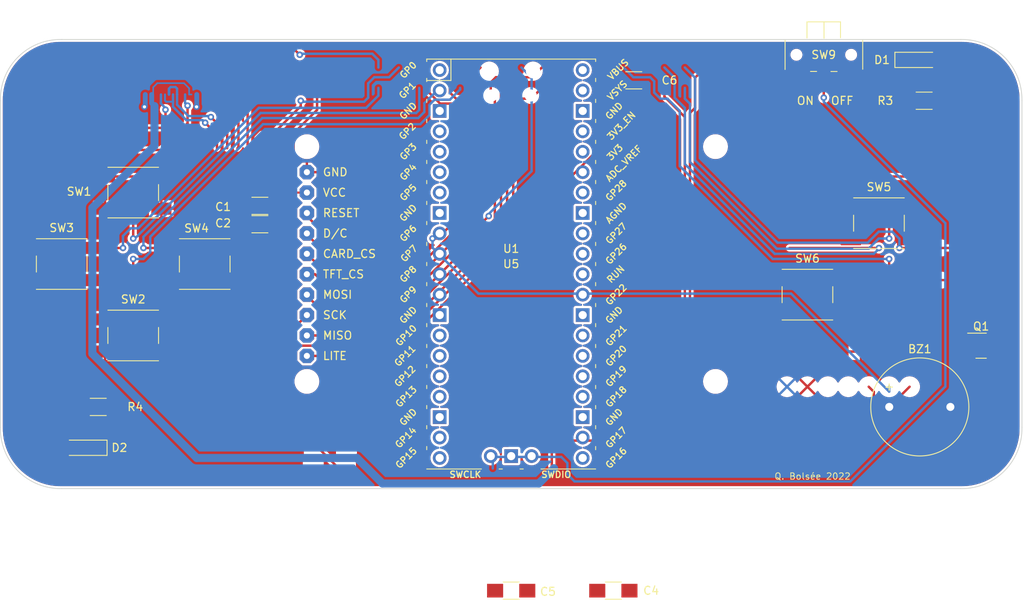
<source format=kicad_pcb>
(kicad_pcb (version 20211014) (generator pcbnew)
  (layers (0 "F.Cu" signal) (31 "B.Cu" signal) (34 "B.Paste" user) (35 "F.Paste" user) (36 "B.SilkS" user "B.Silkscreen") (37 "F.SilkS" user "F.Silkscreen") (38 "B.Mask" user) (39 "F.Mask" user) (44 "Edge.Cuts" user))
  (net 0 "")
  (net 1 "LITE")
  (net 2 "TFT_CS")
  (net 3 "GND")
  (net 4 "CARD_CS")
  (net 5 "D{slash}C")
  (net 6 "RESET")
  (net 7 "+3V3")
  (net 8 "MOSI")
  (net 9 "MISO")
  (net 10 "SCK")
  (net 11 "SOUND")
  (net 12 "BTN_UP")
  (net 13 "BTN_DOWN")
  (net 14 "BTN_LEFT")
  (net 15 "BTN_RIGHT")
  (net 16 "BTN_A")
  (net 17 "BTN_B")
  (net 18 "USB_5V")
  (net 19 "BAT_EN")
  (net 21 "Power_+3V3")
  (net 22 "Net-(D1-Pad2)")
  (net 23 "Net-(D2-Pad2)")
  (net 27 "unconnected-(U5-Pad22)")
  (net 44 "Net-(BZ1-Pad2)")
  (footprint "fab:R_1206" (layer "F.Cu") (at 184.69 71.12 180)
    (fp_text reference "R3" (at 4.826 0) (layer "F.SilkS"))
    (fp_text value "1k")
    (pad "1" smd rect locked (at -2 0 180) (size 2 1.7) (layers "F.Cu" "F.Paste" "F.Mask") (net 1 "LITE"))
    (pad "2" smd rect locked (at 2 0 180) (size 2 1.7) (layers "F.Cu" "F.Paste" "F.Mask") (net 22 "Net-(D1-Pad2)"))
  )
  (footprint "fab:Switch_SPDT_C&K_JS102011JCQN_9x3.6mm_P2.5mm" (layer "F.Cu") (at 172.212 65.405 180)
    (fp_text reference "SW9" (at 0.01 0) (layer "F.SilkS"))
    (fp_text value "SWITCH_JS102011JCQN")
    (pad "" np_thru_hole circle (at 3.4 0 180) (size 0.9 0.9) (drill 0.9) (layers *.Cu *.Mask))
    (pad "" np_thru_hole circle (at -3.4 0 180) (size 0.9 0.9) (drill 0.9) (layers *.Cu *.Mask))
    (pad "1" smd rect (at -2.5 -2.75 180) (size 1.5 2.5) (layers "F.Cu" "F.Paste" "F.Mask") (net 3 "GND"))
    (pad "2" smd rect (at 0 -2.75 180) (size 1.5 2.5) (layers "F.Cu" "F.Paste" "F.Mask") (net 19 "BAT_EN"))
    (pad "3" smd rect (at 2.5 -2.75 180) (size 1.5 2.5) (layers "F.Cu" "F.Paste" "F.Mask"))
  )
  (footprint "fab:Button_Omron_B3SN_6x6mm" (layer "F.Cu") (at 179.07 86.36)
    (fp_text reference "SW5" (at 0 -4.5) (layer "F.SilkS"))
    (fp_text value "BUTTON_A")
    (pad "1" smd rect locked (at -3.5 -2) (size 2.5 1.5) (layers "F.Cu" "F.Paste" "F.Mask") (net 16 "BTN_A"))
    (pad "1" smd rect locked (at 3.5 -2) (size 2.5 1.5) (layers "F.Cu" "F.Paste" "F.Mask") (net 16 "BTN_A"))
    (pad "2" smd rect locked (at 3.5 2) (size 2.5 1.5) (layers "F.Cu" "F.Paste" "F.Mask") (net 3 "GND"))
    (pad "2" smd rect locked (at -3.5 2) (size 2.5 1.5) (layers "F.Cu" "F.Paste" "F.Mask") (net 3 "GND"))
  )
  (footprint "fab:Button_Omron_B3SN_6x6mm" (layer "F.Cu") (at 95.25 91.44)
    (fp_text reference "SW4" (at -1.016 -4.445) (layer "F.SilkS"))
    (fp_text value "BUTTON_RIGHT")
    (pad "1" smd rect locked (at 3.5 -2) (size 2.5 1.5) (layers "F.Cu" "F.Paste" "F.Mask") (net 15 "BTN_RIGHT"))
    (pad "1" smd rect locked (at -3.5 -2) (size 2.5 1.5) (layers "F.Cu" "F.Paste" "F.Mask") (net 15 "BTN_RIGHT"))
    (pad "2" smd rect locked (at -3.5 2) (size 2.5 1.5) (layers "F.Cu" "F.Paste" "F.Mask") (net 3 "GND"))
    (pad "2" smd rect locked (at 3.5 2) (size 2.5 1.5) (layers "F.Cu" "F.Paste" "F.Mask") (net 3 "GND"))
  )
  (footprint "fab:C_1206" (layer "F.Cu") (at 133.35 132.08 180)
    (fp_text reference "C5" (at -4.572 -0.127) (layer "F.SilkS"))
    (fp_text value "0.1uF")
    (pad "1" smd rect locked (at -2 0 180) (size 2 1.7) (layers "F.Cu" "F.Paste" "F.Mask") (net 18 "USB_5V"))
    (pad "2" smd rect locked (at 2 0 180) (size 2 1.7) (layers "F.Cu" "F.Paste" "F.Mask") (net 3 "GND"))
  )
  (footprint "fab:C_1206" (layer "F.Cu") (at 102.108 86.487 180)
    (fp_text reference "C2" (at 4.572 0.127) (layer "F.SilkS"))
    (fp_text value "0.1uF")
    (pad "1" smd rect locked (at -2 0 180) (size 2 1.7) (layers "F.Cu" "F.Paste" "F.Mask") (net 7 "+3V3"))
    (pad "2" smd rect locked (at 2 0 180) (size 2 1.7) (layers "F.Cu" "F.Paste" "F.Mask") (net 3 "GND"))
  )
  (footprint "fab:LED_1206" (layer "F.Cu") (at 80.01 114.3 180)
    (fp_text reference "D2" (at -4.636 0) (layer "F.SilkS"))
    (fp_text value "LED_YELLOW")
    (pad "1" smd rect locked (at -2 0 180) (size 2 1.7) (layers "F.Cu" "F.Paste" "F.Mask") (net 3 "GND"))
    (pad "2" smd rect locked (at 2 0 180) (size 2 1.7) (layers "F.Cu" "F.Paste" "F.Mask") (net 23 "Net-(D2-Pad2)"))
  )
  (footprint "Package_TO_SOT_SMD:SOT-23" (layer "F.Cu") (at 191.77 101.6)
    (fp_text reference "Q1" (at 0 -2.4) (layer "F.SilkS"))
    (fp_text value "Q_NMOS_DGS")
    (pad "1" smd roundrect (at -0.9375 -0.95) (size 1.475 0.6) (layers "F.Cu" "F.Paste" "F.Mask") (net 11 "SOUND"))
    (pad "2" smd roundrect (at -0.9375 0.95) (size 1.475 0.6) (layers "F.Cu" "F.Paste" "F.Mask") (net 3 "GND"))
    (pad "3" smd roundrect (at 0.9375 0) (size 1.475 0.6) (layers "F.Cu" "F.Paste" "F.Mask") (net 44 "Net-(BZ1-Pad2)"))
  )
  (footprint "fab:C_1206" (layer "F.Cu") (at 102.108 84.201 180)
    (fp_text reference "C1" (at 4.572 -0.127) (layer "F.SilkS"))
    (fp_text value "10uF")
    (pad "1" smd rect locked (at -2 0 180) (size 2 1.7) (layers "F.Cu" "F.Paste" "F.Mask") (net 7 "+3V3"))
    (pad "2" smd rect locked (at 2 0 180) (size 2 1.7) (layers "F.Cu" "F.Paste" "F.Mask") (net 3 "GND"))
  )
  (footprint "fab:C_1206" (layer "F.Cu") (at 146.05 132.08 180)
    (fp_text reference "C4" (at -4.699 0) (layer "F.SilkS"))
    (fp_text value "10uF")
    (pad "1" smd rect locked (at -2 0 180) (size 2 1.7) (layers "F.Cu" "F.Paste" "F.Mask") (net 18 "USB_5V"))
    (pad "2" smd rect locked (at 2 0 180) (size 2 1.7) (layers "F.Cu" "F.Paste" "F.Mask") (net 3 "GND"))
  )
  (footprint "fab:R_1206" (layer "F.Cu") (at 82.01 109.22)
    (fp_text reference "R4" (at 4.604 0) (layer "F.SilkS"))
    (fp_text value "1k")
    (pad "1" smd rect locked (at -2 0) (size 2 1.7) (layers "F.Cu" "F.Paste" "F.Mask") (net 18 "USB_5V"))
    (pad "2" smd rect locked (at 2 0) (size 2 1.7) (layers "F.Cu" "F.Paste" "F.Mask") (net 23 "Net-(D2-Pad2)"))
  )
  (footprint "fab:Button_Omron_B3SN_6x6mm" (layer "F.Cu") (at 170.18 95.25)
    (fp_text reference "SW6" (at 0 -4.5) (layer "F.SilkS"))
    (fp_text value "BUTTON_B")
    (pad "1" smd rect locked (at -3.5 -2) (size 2.5 1.5) (layers "F.Cu" "F.Paste" "F.Mask") (net 17 "BTN_B"))
    (pad "1" smd rect locked (at 3.5 -2) (size 2.5 1.5) (layers "F.Cu" "F.Paste" "F.Mask") (net 17 "BTN_B"))
    (pad "2" smd rect locked (at 3.5 2) (size 2.5 1.5) (layers "F.Cu" "F.Paste" "F.Mask") (net 3 "GND"))
    (pad "2" smd rect locked (at -3.5 2) (size 2.5 1.5) (layers "F.Cu" "F.Paste" "F.Mask") (net 3 "GND"))
  )
  (footprint "Buzzer_Beeper:Buzzer_12x9.5RM7.6" (layer "F.Cu") (at 180.35 109.22)
    (fp_text reference "BZ1" (at 3.8 -7.2) (layer "F.SilkS"))
    (fp_text value "Buzzer")
    (fp_text user "+" (at -0.01 -2.54) (layer "F.SilkS"))
    (pad "1" thru_hole rect (at 0 0) (size 2 2) (drill 1) (layers *.Cu *.Mask) (net 1 "LITE"))
    (pad "2" thru_hole circle (at 7.6 0) (size 2 2) (drill 1) (layers *.Cu *.Mask) (net 44 "Net-(BZ1-Pad2)"))
  )
  (footprint "fab:Adafruit_TFT_ST7735" (layer "F.Cu") (at 133.35 91.44)
    (fp_text reference "U1" (at 0 -1.905 unlocked) (layer "F.SilkS"))
    (fp_text value "Adafruit_TFT_ST7735")
    (fp_text user "SCK" (at -23.495 6.35 unlocked) (layer "F.SilkS") (effects (justify left)))
    (fp_text user "MISO" (at -23.495 8.89 unlocked) (layer "F.SilkS") (effects (justify left)))
    (fp_text user "GND" (at -23.495 -11.43 unlocked) (layer "F.SilkS") (effects (justify left)))
    (fp_text user "CARD_CS" (at -23.495 -1.27 unlocked) (layer "F.SilkS") (effects (justify left)))
    (fp_text user "TFT_CS" (at -23.495 1.27 unlocked) (layer "F.SilkS") (effects (justify left)))
    (fp_text user "RESET" (at -23.495 -6.35 unlocked) (layer "F.SilkS") (effects (justify left)))
    (fp_text user "D/C" (at -23.495 -3.81 unlocked) (layer "F.SilkS") (effects (justify left)))
    (fp_text user "LITE" (at -23.495 11.43 unlocked) (layer "F.SilkS") (effects (justify left)))
    (fp_text user "VCC" (at -23.495 -8.89 unlocked) (layer "F.SilkS") (effects (justify left)))
    (fp_text user "MOSI" (at -23.495 3.81 unlocked) (layer "F.SilkS") (effects (justify left)))
    (pad "" np_thru_hole circle (at -25.4 -14.605) (size 2.5 2.5) (drill 2.5) (layers F&B.Cu *.Mask))
    (pad "" np_thru_hole circle (at 25.4 -14.605) (size 2.5 2.5) (drill 2.5) (layers F&B.Cu *.Mask))
    (pad "" np_thru_hole circle (at 25.4 14.605) (size 2.5 2.5) (drill 2.5) (layers F&B.Cu *.Mask))
    (pad "" np_thru_hole circle (at -25.4 14.605) (size 2.5 2.5) (drill 2.5) (layers F&B.Cu *.Mask))
    (pad "1" thru_hole roundrect (at -25.4 11.43 180) (size 1.8 1.8) (drill 0.762) (layers *.Cu *.Mask) (roundrect_rratio 0) (chamfer_ratio 0.25) (chamfer top_left top_right bottom_left bottom_right) (net 1 "LITE"))
    (pad "2" thru_hole roundrect (at -25.4 8.89 180) (size 1.8 1.8) (drill 0.762) (layers *.Cu *.Mask) (roundrect_rratio 0) (chamfer_ratio 0.25) (chamfer top_left top_right bottom_left bottom_right) (net 9 "MISO"))
    (pad "3" thru_hole roundrect (at -25.4 6.35 180) (size 1.8 1.8) (drill 0.762) (layers *.Cu *.Mask) (roundrect_rratio 0) (chamfer_ratio 0.25) (chamfer top_left top_right bottom_left bottom_right) (net 10 "SCK"))
    (pad "4" thru_hole roundrect (at -25.4 3.81 180) (size 1.8 1.8) (drill 0.762) (layers *.Cu *.Mask) (roundrect_rratio 0) (chamfer_ratio 0.25) (chamfer top_left top_right bottom_left bottom_right) (net 8 "MOSI"))
    (pad "5" thru_hole roundrect (at -25.4 1.27 180) (size 1.8 1.8) (drill 0.762) (layers *.Cu *.Mask) (roundrect_rratio 0) (chamfer_ratio 0.25) (chamfer top_left top_right bottom_left bottom_right) (net 2 "TFT_CS"))
    (pad "6" thru_hole roundrect (at -25.4 -1.27 180) (size 1.8 1.8) (drill 0.762) (layers *.Cu *.Mask) (roundrect_rratio 0) (chamfer_ratio 0.25) (chamfer top_left top_right bottom_left bottom_right) (net 4 "CARD_CS"))
    (pad "7" thru_hole roundrect (at -25.4 -3.81 180) (size 1.8 1.8) (drill 0.762) (layers *.Cu *.Mask) (roundrect_rratio 0) (chamfer_ratio 0.25) (chamfer top_left top_right bottom_left bottom_right) (net 5 "D{slash}C"))
    (pad "8" thru_hole roundrect (at -25.4 -6.35 180) (size 1.8 1.8) (drill 0.762) (layers *.Cu *.Mask) (roundrect_rratio 0) (chamfer_ratio 0.25) (chamfer top_left top_right bottom_left bottom_right) (net 6 "RESET"))
    (pad "9" thru_hole roundrect (at -25.4 -8.89 180) (size 1.8 1.8) (drill 0.762) (layers *.Cu *.Mask) (roundrect_rratio 0) (chamfer_ratio 0.25) (chamfer top_left top_right bottom_left bottom_right) (net 7 "+3V3"))
    (pad "10" thru_hole roundrect (at -25.4 -11.43 180) (size 1.8 1.8) (drill 0.762) (layers *.Cu *.Mask) (roundrect_rratio 0) (chamfer_ratio 0.25) (chamfer top_left top_right bottom_left bottom_right) (net 3 "GND"))
  )
  (footprint "fab:C_1206" (layer "F.Cu") (at 148.59 68.58)
    (fp_text reference "C6" (at 4.445 0) (layer "F.SilkS"))
    (fp_text value "1uF")
    (pad "1" smd rect locked (at -2 0) (size 2 1.7) (layers "F.Cu" "F.Paste" "F.Mask") (net 1 "LITE"))
    (pad "2" smd rect locked (at 2 0) (size 2 1.7) (layers "F.Cu" "F.Paste" "F.Mask") (net 3 "GND"))
  )
  (footprint "fab:Button_Omron_B3SN_6x6mm" (layer "F.Cu") (at 86.36 100.33)
    (fp_text reference "SW2" (at 0 -4.5) (layer "F.SilkS"))
    (fp_text value "BUTTON_DOWN")
    (pad "1" smd rect locked (at 3.5 -2) (size 2.5 1.5) (layers "F.Cu" "F.Paste" "F.Mask") (net 13 "BTN_DOWN"))
    (pad "1" smd rect locked (at -3.5 -2) (size 2.5 1.5) (layers "F.Cu" "F.Paste" "F.Mask") (net 13 "BTN_DOWN"))
    (pad "2" smd rect locked (at 3.5 2) (size 2.5 1.5) (layers "F.Cu" "F.Paste" "F.Mask") (net 3 "GND"))
    (pad "2" smd rect locked (at -3.5 2) (size 2.5 1.5) (layers "F.Cu" "F.Paste" "F.Mask") (net 3 "GND"))
  )
  (footprint "raspi:RPi_Pico_TH" (layer "F.Cu") (at 133.35 91.44)
    (fp_text reference "U5" (at 0 0) (layer "F.SilkS"))
    (fp_text value "Pico")
    (fp_text user "GP21" (at 13.054 8.9 45) (layer "F.SilkS") (effects (font (size 0.8 0.8))))
    (fp_text user "GP17" (at 13.054 21.59 45) (layer "F.SilkS") (effects (font (size 0.8 0.8))))
    (fp_text user "GND" (at 12.8 6.35 45) (layer "F.SilkS") (effects (font (size 0.8 0.8))))
    (fp_text user "GP6" (at -12.8 -3.81 45) (layer "F.SilkS") (effects (font (size 0.8 0.8))))
    (fp_text user "GND" (at 12.8 -19.05 45) (layer "F.SilkS") (effects (font (size 0.8 0.8))))
    (fp_text user "AGND" (at 13.054 -6.35 45) (layer "F.SilkS") (effects (font (size 0.8 0.8))))
    (fp_text user "GP3" (at -12.8 -13.97 45) (layer "F.SilkS") (effects (font (size 0.8 0.8))))
    (fp_text user "GP1" (at -12.9 -21.6 45) (layer "F.SilkS") (effects (font (size 0.8 0.8))))
    (fp_text user "GND" (at -12.8 -19.05 45) (layer "F.SilkS") (effects (font (size 0.8 0.8))))
    (fp_text user "GND" (at -12.8 19.05 45) (layer "F.SilkS") (effects (font (size 0.8 0.8))))
    (fp_text user "GP12" (at -13.2 13.97 45) (layer "F.SilkS") (effects (font (size 0.8 0.8))))
    (fp_text user "GND" (at -12.8 -6.35 45) (layer "F.SilkS") (effects (font (size 0.8 0.8))))
    (fp_text user "GP18" (at 13.054 16.51 45) (layer "F.SilkS") (effects (font (size 0.8 0.8))))
    (fp_text user "GP15" (at -13.054 24.13 45) (layer "F.SilkS") (effects (font (size 0.8 0.8))))
    (fp_text user "GP20" (at 13.054 11.43 45) (layer "F.SilkS") (effects (font (size 0.8 0.8))))
    (fp_text user "SWDIO" (at 5.6 26.2) (layer "F.SilkS") (effects (font (size 0.8 0.8))))
    (fp_text user "GP8" (at -12.8 1.27 45) (layer "F.SilkS") (effects (font (size 0.8 0.8))))
    (fp_text user "GP2" (at -12.9 -16.51 45) (layer "F.SilkS") (effects (font (size 0.8 0.8))))
    (fp_text user "GP13" (at -13.054 16.51 45) (layer "F.SilkS") (effects (font (size 0.8 0.8))))
    (fp_text user "SWCLK" (at -5.7 26.2) (layer "F.SilkS") (effects (font (size 0.8 0.8))))
    (fp_text user "GND" (at 12.8 19.05 45) (layer "F.SilkS") (effects (font (size 0.8 0.8))))
    (fp_text user "GP28" (at 13.054 -9.144 45) (layer "F.SilkS") (effects (font (size 0.8 0.8))))
    (fp_text user "GP7" (at -12.7 -1.3 45) (layer "F.SilkS") (effects (font (size 0.8 0.8))))
    (fp_text user "GP27" (at 13.054 -3.8 45) (layer "F.SilkS") (effects (font (size 0.8 0.8))))
    (fp_text user "GP19" (at 13.054 13.97 45) (layer "F.SilkS") (effects (font (size 0.8 0.8))))
    (fp_text user "GP9" (at -12.8 3.81 45) (layer "F.SilkS") (effects (font (size 0.8 0.8))))
    (fp_text user "GP16" (at 13.054 24.13 45) (layer "F.SilkS") (effects (font (size 0.8 0.8))))
    (fp_text user "GND" (at -12.8 6.35 45) (layer "F.SilkS") (effects (font (size 0.8 0.8))))
    (fp_text user "GP22" (at 13.054 3.81 45) (layer "F.SilkS") (effects (font (size 0.8 0.8))))
    (fp_text user "GP11" (at -13.2 11.43 45) (layer "F.SilkS") (effects (font (size 0.8 0.8))))
    (fp_text user "GP26" (at 13.054 -1.27 45) (layer "F.SilkS") (effects (font (size 0.8 0.8))))
    (fp_text user "RUN" (at 13 1.27 45) (layer "F.SilkS") (effects (font (size 0.8 0.8))))
    (fp_text user "GP14" (at -13.1 21.59 45) (layer "F.SilkS") (effects (font (size 0.8 0.8))))
    (fp_text user "ADC_VREF" (at 14 -12.5 45) (layer "F.SilkS") (effects (font (size 0.8 0.8))))
    (fp_text user "VBUS" (at 13.3 -24.2 45) (layer "F.SilkS") (effects (font (size 0.8 0.8))))
    (fp_text user "GP5" (at -12.8 -8.89 45) (layer "F.SilkS") (effects (font (size 0.8 0.8))))
    (fp_text user "VSYS" (at 13.2 -21.59 45) (layer "F.SilkS") (effects (font (size 0.8 0.8))))
    (fp_text user "3V3" (at 12.9 -13.9 45) (layer "F.SilkS") (effects (font (size 0.8 0.8))))
    (fp_text user "GP0" (at -12.8 -24.13 45) (layer "F.SilkS") (effects (font (size 0.8 0.8))))
    (fp_text user "GP10" (at -13.054 8.89 45) (layer "F.SilkS") (effects (font (size 0.8 0.8))))
    (fp_text user "GP4" (at -12.8 -11.43 45) (layer "F.SilkS") (effects (font (size 0.8 0.8))))
    (fp_text user "3V3_EN" (at 13.7 -17.2 45) (layer "F.SilkS") (effects (font (size 0.8 0.8))))
    (pad "" np_thru_hole oval (at 2.725 -24) (size 1.8 1.8) (drill 1.8) (layers *.Cu *.Mask))
    (pad "" np_thru_hole oval (at -2.725 -24) (size 1.8 1.8) (drill 1.8) (layers *.Cu *.Mask))
    (pad "" np_thru_hole oval (at 2.425 -20.97) (size 1.5 1.5) (drill 1.5) (layers *.Cu *.Mask))
    (pad "" np_thru_hole oval (at -2.425 -20.97) (size 1.5 1.5) (drill 1.5) (layers *.Cu *.Mask))
    (pad "1" thru_hole oval (at -8.89 -24.13) (size 1.7 1.7) (drill 1.02) (layers *.Cu *.Mask) (net 12 "BTN_UP"))
    (pad "2" thru_hole oval (at -8.89 -21.59) (size 1.7 1.7) (drill 1.02) (layers *.Cu *.Mask) (net 13 "BTN_DOWN"))
    (pad "3" thru_hole rect (at -8.89 -19.05) (size 1.7 1.7) (drill 1.02) (layers *.Cu *.Mask) (net 3 "GND"))
    (pad "4" thru_hole oval (at -8.89 -16.51) (size 1.7 1.7) (drill 1.02) (layers *.Cu *.Mask) (net 14 "BTN_LEFT"))
    (pad "5" thru_hole oval (at -8.89 -13.97) (size 1.7 1.7) (drill 1.02) (layers *.Cu *.Mask) (net 15 "BTN_RIGHT"))
    (pad "6" thru_hole oval (at -8.89 -11.43) (size 1.7 1.7) (drill 1.02) (layers *.Cu *.Mask) (net 16 "BTN_A"))
    (pad "7" thru_hole oval (at -8.89 -8.89) (size 1.7 1.7) (drill 1.02) (layers *.Cu *.Mask) (net 17 "BTN_B"))
    (pad "8" thru_hole rect (at -8.89 -6.35) (size 1.7 1.7) (drill 1.02) (layers *.Cu *.Mask) (net 3 "GND"))
    (pad "9" thru_hole oval (at -8.89 -3.81) (size 1.7 1.7) (drill 1.02) (layers *.Cu *.Mask) (net 21 "Power_+3V3"))
    (pad "10" thru_hole oval (at -8.89 -1.27) (size 1.7 1.7) (drill 1.02) (layers *.Cu *.Mask) (net 8 "MOSI"))
    (pad "11" thru_hole oval (at -8.89 1.27) (size 1.7 1.7) (drill 1.02) (layers *.Cu *.Mask) (net 9 "MISO"))
    (pad "12" thru_hole oval (at -8.89 3.81) (size 1.7 1.7) (drill 1.02) (layers *.Cu *.Mask) (net 10 "SCK"))
    (pad "13" thru_hole rect (at -8.89 6.35) (size 1.7 1.7) (drill 1.02) (layers *.Cu *.Mask))
    (pad "14" thru_hole oval (at -8.89 8.89) (size 1.7 1.7) (drill 1.02) (layers *.Cu *.Mask) (net 2 "TFT_CS"))
    (pad "15" thru_hole oval (at -8.89 11.43) (size 1.7 1.7) (drill 1.02) (layers *.Cu *.Mask) (net 4 "CARD_CS"))
    (pad "16" thru_hole oval (at -8.89 13.97) (size 1.7 1.7) (drill 1.02) (layers *.Cu *.Mask) (net 5 "D{slash}C"))
    (pad "17" thru_hole oval (at -8.89 16.51) (size 1.7 1.7) (drill 1.02) (layers *.Cu *.Mask) (net 6 "RESET"))
    (pad "18" thru_hole rect (at -8.89 19.05) (size 1.7 1.7) (drill 1.02) (layers *.Cu *.Mask) (net 3 "GND"))
    (pad "19" thru_hole oval (at -8.89 21.59) (size 1.7 1.7) (drill 1.02) (layers *.Cu *.Mask) (net 11 "SOUND"))
    (pad "20" thru_hole oval (at -8.89 24.13) (size 1.7 1.7) (drill 1.02) (layers *.Cu *.Mask))
    (pad "21" thru_hole oval (at 8.89 24.13) (size 1.7 1.7) (drill 1.02) (layers *.Cu *.Mask))
    (pad "22" thru_hole oval (at 8.89 21.59) (size 1.7 1.7) (drill 1.02) (layers *.Cu *.Mask) (net 27 "unconnected-(U5-Pad22)"))
    (pad "23" thru_hole rect (at 8.89 19.05) (size 1.7 1.7) (drill 1.02) (layers *.Cu *.Mask) (net 3 "GND"))
    (pad "24" thru_hole oval (at 8.89 16.51) (size 1.7 1.7) (drill 1.02) (layers *.Cu *.Mask))
    (pad "25" thru_hole oval (at 8.89 13.97) (size 1.7 1.7) (drill 1.02) (layers *.Cu *.Mask))
    (pad "26" thru_hole oval (at 8.89 11.43) (size 1.7 1.7) (drill 1.02) (layers *.Cu *.Mask))
    (pad "27" thru_hole oval (at 8.89 8.89) (size 1.7 1.7) (drill 1.02) (layers *.Cu *.Mask))
    (pad "28" thru_hole rect (at 8.89 6.35) (size 1.7 1.7) (drill 1.02) (layers *.Cu *.Mask) (net 3 "GND"))
    (pad "29" thru_hole oval (at 8.89 3.81) (size 1.7 1.7) (drill 1.02) (layers *.Cu *.Mask))
    (pad "30" thru_hole oval (at 8.89 1.27) (size 1.7 1.7) (drill 1.02) (layers *.Cu *.Mask))
    (pad "31" thru_hole oval (at 8.89 -1.27) (size 1.7 1.7) (drill 1.02) (layers *.Cu *.Mask))
    (pad "32" thru_hole oval (at 8.89 -3.81) (size 1.7 1.7) (drill 1.02) (layers *.Cu *.Mask))
    (pad "33" thru_hole rect (at 8.89 -6.35) (size 1.7 1.7) (drill 1.02) (layers *.Cu *.Mask))
    (pad "34" thru_hole oval (at 8.89 -8.89) (size 1.7 1.7) (drill 1.02) (layers *.Cu *.Mask))
    (pad "35" thru_hole oval (at 8.89 -11.43) (size 1.7 1.7) (drill 1.02) (layers *.Cu *.Mask))
    (pad "36" thru_hole oval (at 8.89 -13.97) (size 1.7 1.7) (drill 1.02) (layers *.Cu *.Mask))
    (pad "37" thru_hole oval (at 8.89 -16.51) (size 1.7 1.7) (drill 1.02) (layers *.Cu *.Mask) (net 1 "LITE"))
    (pad "38" thru_hole rect (at 8.89 -19.05) (size 1.7 1.7) (drill 1.02) (layers *.Cu *.Mask) (net 3 "GND"))
    (pad "39" thru_hole oval (at 8.89 -21.59) (size 1.7 1.7) (drill 1.02) (layers *.Cu *.Mask))
    (pad "40" thru_hole oval (at 8.89 -24.13) (size 1.7 1.7) (drill 1.02) (layers *.Cu *.Mask) (net 1 "LITE"))
    (pad "41" thru_hole oval (at -2.54 23.9) (size 1.7 1.7) (drill 1.02) (layers *.Cu *.Mask))
    (pad "42" thru_hole rect (at 0 23.9) (size 1.7 1.7) (drill 1.02) (layers *.Cu *.Mask))
    (pad "43" thru_hole oval (at 2.54 23.9) (size 1.7 1.7) (drill 1.02) (layers *.Cu *.Mask))
  )
  (footprint "fab:LED_1206" (layer "F.Cu") (at 184.15 66.04)
    (fp_text reference "D1" (at -4.699 0) (layer "F.SilkS"))
    (fp_text value "LED_GREEN")
    (pad "1" smd rect locked (at -2 0) (size 2 1.7) (layers "F.Cu" "F.Paste" "F.Mask") (net 3 "GND"))
    (pad "2" smd rect locked (at 2 0) (size 2 1.7) (layers "F.Cu" "F.Paste" "F.Mask") (net 22 "Net-(D1-Pad2)"))
  )
  (footprint "fab:Button_Omron_B3SN_6x6mm" (layer "F.Cu") (at 77.47 91.44)
    (fp_text reference "SW3" (at 0 -4.5) (layer "F.SilkS"))
    (fp_text value "BUTTON_LEFT")
    (pad "1" smd rect locked (at -3.5 -2) (size 2.5 1.5) (layers "F.Cu" "F.Paste" "F.Mask") (net 14 "BTN_LEFT"))
    (pad "1" smd rect locked (at 3.5 -2) (size 2.5 1.5) (layers "F.Cu" "F.Paste" "F.Mask") (net 14 "BTN_LEFT"))
    (pad "2" smd rect locked (at -3.5 2) (size 2.5 1.5) (layers "F.Cu" "F.Paste" "F.Mask") (net 3 "GND"))
    (pad "2" smd rect locked (at 3.5 2) (size 2.5 1.5) (layers "F.Cu" "F.Paste" "F.Mask") (net 3 "GND"))
  )
  (footprint "fab:Button_Omron_B3SN_6x6mm" (layer "F.Cu") (at 86.36 82.55)
    (fp_text reference "SW1" (at -6.731 -0.127) (layer "F.SilkS"))
    (fp_text value "BUTTON_UP")
    (pad "1" smd rect locked (at 3.5 -2) (size 2.5 1.5) (layers "F.Cu" "F.Paste" "F.Mask") (net 12 "BTN_UP"))
    (pad "1" smd rect locked (at -3.5 -2) (size 2.5 1.5) (layers "F.Cu" "F.Paste" "F.Mask") (net 12 "BTN_UP"))
    (pad "2" smd rect locked (at -3.5 2) (size 2.5 1.5) (layers "F.Cu" "F.Paste" "F.Mask") (net 3 "GND"))
    (pad "2" smd rect locked (at 3.5 2) (size 2.5 1.5) (layers "F.Cu" "F.Paste" "F.Mask") (net 3 "GND"))
  )
  (gr_line (start 77.47 63.5) (end 189.23 63.5) (layer "Edge.Cuts") (width 0.1))
  (gr_line (start 69.85 71.12) (end 69.85 111.76) (layer "Edge.Cuts") (width 0.1))
  (gr_arc (start 189.23 63.5) (mid 194.662092 65.687908) (end 196.85 71.12) (layer "Edge.Cuts") (width 0.1))
  (gr_line (start 196.85 71.12) (end 196.85 111.76) (layer "Edge.Cuts") (width 0.1))
  (gr_line (start 77.47 119.38) (end 189.23 119.38) (layer "Edge.Cuts") (width 0.1))
  (gr_arc (start 196.85 111.76) (mid 194.662092 117.192092) (end 189.23 119.38) (layer "Edge.Cuts") (width 0.1))
  (gr_arc (start 69.85 71.12) (mid 72.037908 65.687908) (end 77.47 63.5) (layer "Edge.Cuts") (width 0.1))
  (gr_arc (start 77.47 119.38) (mid 72.038825 117.191175) (end 69.85 111.76) (layer "Edge.Cuts") (width 0.1))
  (gr_text "ON" (at 169.926 71.12) (layer "F.SilkS") (effects (font (size 1 1))))
  (gr_text "OFF" (at 174.498 71.12) (layer "F.SilkS") (effects (font (size 1 1))))
  (gr_text "Q. Bolsée 2022" (at 170.815 117.856) (layer "F.SilkS") (effects (font (size 0.8 0.8) (thickness 0.1))))
  (segment (start 156.21 68.26) (end 157.48 66.99) (width 0.3) (layer "F.Cu") (net 0))
  (segment (start 120.428 113.411) (end 120.428 116.364) (width 0.3) (layer "F.Cu") (net 0))
  (segment (start 95.379 65.6) (end 95.379 69.78) (width 0.2) (layer "F.Cu") (net 0))
  (segment (start 90.3732 72.2376) (end 90.3732 74.0918) (width 0.3) (layer "F.Cu") (net 0))
  (segment (start 167.95 89.44) (end 174.95 89.44) (width 0.3) (layer "F.Cu") (net 0))
  (segment (start 180.34 90.805) (end 180.34 98.235) (width 0.3) (layer "F.Cu") (net 0))
  (segment (start 102.370481 75.302519) (end 101.854 75.819) (width 0.3) (layer "F.Cu") (net 0))
  (segment (start 112.871 113.1095) (end 115.2365 110.744) (width 0.3) (layer "F.Cu") (net 0))
  (segment (start 96.012 73.152) (end 98.044 75.184) (width 0.3) (layer "F.Cu") (net 0))
  (segment (start 107.188 71.79897) (end 103.684451 75.302519) (width 0.3) (layer "F.Cu") (net 0))
  (segment (start 95.379 65.6) (end 94.422 64.643) (width 0.2) (layer "F.Cu") (net 0))
  (segment (start 177.8 106.7054) (end 178.435 107.3404) (width 0.3) (layer "F.Cu") (net 0))
  (segment (start 106.426 64.77) (end 102.850111 64.77) (width 0.3) (layer "F.Cu") (net 0))
  (segment (start 112.871 114.3) (end 112.871 113.1095) (width 0.3) (layer "F.Cu") (net 0))
  (segment (start 101.854 75.819) (end 101.854 77.027) (width 0.3) (layer "F.Cu") (net 0))
  (segment (start 99.441 76.9) (end 99.314 77.027) (width 0.3) (layer "F.Cu") (net 0))
  (segment (start 98.044 75.184) (end 98.044 77.027) (width 0.3) (layer "F.Cu") (net 0))
  (segment (start 94.422 64.643) (end 87.696 64.643) (width 0.2) (layer "F.Cu") (net 0))
  (segment (start 89.9668 74.4982) (end 87.0646 74.4982) (width 0.3) (layer "F.Cu") (net 0))
  (segment (start 90.3732 74.0918) (end 89.9668 74.4982) (width 0.3) (layer "F.Cu") (net 0))
  (segment (start 157.988 110.49) (end 155.575 108.077) (width 0.3) (layer "F.Cu") (net 0))
  (segment (start 178.435 107.3404) (end 178.435 108.585) (width 0.3) (layer "F.Cu") (net 0))
  (segment (start 119.126 110.744) (end 120.428 112.046) (width 0.3) (layer "F.Cu") (net 0))
  (segment (start 89.8054 77.2414) (end 93.1164 73.9304) (width 0.3) (layer "F.Cu") (net 0))
  (segment (start 103.684451 75.302519) (end 102.370481 75.302519) (width 0.3) (layer "F.Cu") (net 0))
  (segment (start 95.305245 73.858755) (end 96.774 75.32751) (width 0.3) (layer "F.Cu") (net 0))
  (segment (start 155.575 108.077) (end 155.575 72.644) (width 0.3) (layer "F.Cu") (net 0))
  (segment (start 155.575 72.644) (end 156.21 72.009) (width 0.3) (layer "F.Cu") (net 0))
  (segment (start 180.34 80.645) (end 180.34 88.265) (width 0.3) (layer "F.Cu") (net 0))
  (segment (start 102.850111 64.77) (end 100.584 67.036111) (width 0.3) (layer "F.Cu") (net 0))
  (segment (start 87.696 64.643) (end 86.739 65.6) (width 0.2) (layer "F.Cu") (net 0))
  (segment (start 100.584 67.036111) (end 100.584 77.027) (width 0.3) (layer "F.Cu") (net 0))
  (segment (start 178.435 108.585) (end 176.53 110.49) (width 0.3) (layer "F.Cu") (net 0))
  (segment (start 115.2365 110.744) (end 119.126 110.744) (width 0.3) (layer "F.Cu") (net 0))
  (segment (start 93.1164 73.9304) (end 93.1164 71.7296) (width 0.3) (layer "F.Cu") (net 0))
  (segment (start 176.53 110.49) (end 157.988 110.49) (width 0.3) (layer "F.Cu") (net 0))
  (segment (start 156.21 72.009) (end 156.21 68.26) (width 0.3) (layer "F.Cu") (net 0))
  (segment (start 96.774 75.32751) (end 96.774 77.027) (width 0.3) (layer "F.Cu") (net 0))
  (segment (start 174.95 89.44) (end 179.07 89.44) (width 0.3) (layer "F.Cu") (net 0))
  (segment (start 107.061 65.405) (end 106.426 64.77) (width 0.3) (layer "F.Cu") (net 0))
  (segment (start 107.188 71.12) (end 107.188 71.79897) (width 0.3) (layer "F.Cu") (net 0))
  (segment (start 87.0392 77.2414) (end 89.8054 77.2414) (width 0.3) (layer "F.Cu") (net 0))
  (segment (start 176.84 80.55) (end 183.84 80.55) (width 0.3) (layer "F.Cu") (net 0))
  (segment (start 99.441 73.755) (end 99.441 76.9) (width 0.3) (layer "F.Cu") (net 0))
  (segment (start 120.428 116.364) (end 120.904 116.84) (width 0.3) (layer "F.Cu") (net 0))
  (segment (start 183.84 98.33) (end 176.84 98.33) (width 0.3) (layer "F.Cu") (net 0))
  (segment (start 86.739 69.78) (end 86.739 65.6) (width 0.2) (layer "F.Cu") (net 0))
  (segment (start 120.428 112.046) (end 120.428 113.411) (width 0.3) (layer "F.Cu") (net 0))
  (via (at 95.305245 73.858755) (size 0.8) (drill 0.4) (layers "F.Cu" "B.Cu") (net 0))
  (via (at 180.34 88.265) (size 0.8) (drill 0.4) (layers "F.Cu" "B.Cu") (net 0))
  (via (at 107.061 65.405) (size 0.8) (drill 0.4) (layers "F.Cu" "B.Cu") (net 0))
  (via (at 107.188 71.12) (size 0.8) (drill 0.4) (layers "F.Cu" "B.Cu") (net 0))
  (via (at 93.1164 71.7296) (size 0.8) (drill 0.4) (layers "F.Cu" "B.Cu") (net 0))
  (via (at 90.3732 72.2376) (size 0.8) (drill 0.4) (layers "F.Cu" "B.Cu") (net 0))
  (via (at 179.07 89.44) (size 0.8) (drill 0.4) (layers "F.Cu" "B.Cu") (net 0))
  (via (at 96.012 73.152) (size 0.8) (drill 0.4) (layers "F.Cu" "B.Cu") (net 0))
  (segment (start 151.892 70.866) (end 151.13 70.104) (width 0.3) (layer "B.Cu") (net 0))
  (segment (start 91.309 71.878) (end 91.309 71.243) (width 0.3) (layer "B.Cu") (net 0))
  (segment (start 115.57 70.739) (end 115.57 68.961) (width 0.3) (layer "B.Cu") (net 0))
  (segment (start 177.8 89.508609) (end 177.8 89.535) (width 0.3) (layer "B.Cu") (net 0))
  (segment (start 165.862 90.805) (end 154.305 79.248) (width 0.3) (layer "B.Cu") (net 0))
  (segment (start 179.043609 88.265) (end 177.8 89.508609) (width 0.3) (layer "B.Cu") (net 0))
  (segment (start 116.332 68.199) (end 118.171 68.199) (width 0.3) (layer "B.Cu") (net 0))
  (segment (start 107.188 65.278) (end 116.078 65.278) (width 0.3) (layer "B.Cu") (net 0))
  (segment (start 153.67 68.26) (end 153.67 70.739) (width 0.3) (layer "B.Cu") (net 0))
  (segment (start 166.37 89.535) (end 155.575 78.74) (width 0.3) (layer "B.Cu") (net 0))
  (segment (start 91.808511 69.613489) (end 91.615511 69.420489) (width 0.3) (layer "B.Cu") (net 0))
  (segment (start 91.808511 70.344511) (end 91.808511 69.613489) (width 0.3) (layer "B.Cu") (net 0))
  (segment (start 155.575 78.74) (end 155.575 71.501) (width 0.3) (layer "B.Cu") (net 0))
  (segment (start 91.809 70.345) (end 91.808511 70.344511) (width 0.3) (layer "B.Cu") (net 0))
  (segment (start 89.809 70.345) (end 89.809 71.386398) (width 0.3) (layer "B.Cu") (net 0))
  (segment (start 151.13 68.707) (end 150.622 68.199) (width 0.3) (layer "B.Cu") (net 0))
  (segment (start 93.218 73.025) (end 91.809 71.616) (width 0.3) (layer "B.Cu") (net 0))
  (segment (start 91.307489 71.244511) (end 91.309 71.243) (width 0.25) (layer "B.Cu") (net 0))
  (segment (start 91.005911 69.420489) (end 90.809 69.6174) (width 0.3) (layer "B.Cu") (net 0))
  (segment (start 107.188 71.12) (end 107.315 71.247) (width 0.3) (layer "B.Cu") (net 0))
  (segment (start 178.435 90.17) (end 179.07 89.535) (width 0.3) (layer "B.Cu") (net 0))
  (segment (start 91.615511 69.420489) (end 91.005911 69.420489) (width 0.3) (layer "B.Cu") (net 0))
  (segment (start 151.13 70.104) (end 151.13 68.707) (width 0.3) (layer "B.Cu") (net 0))
  (segment (start 152.781 70.866) (end 151.892 70.866) (width 0.3) (layer "B.Cu") (net 0))
  (segment (start 96.012 73.152) (end 95.885 73.025) (width 0.3) (layer "B.Cu") (net 0))
  (segment (start 148.529 68.199) (end 147.32 66.99) (width 0.3) (layer "B.Cu") (net 0))
  (segment (start 95.305245 73.858755) (end 94.97949 73.533) (width 0.3) (layer "B.Cu") (net 0))
  (segment (start 89.809 71.4702) (end 90.2208 71.882) (width 0.3) (layer "B.Cu") (net 0))
  (segment (start 90.3732 72.0344) (end 90.3732 72.2376) (width 0.3) (layer "B.Cu") (net 0))
  (segment (start 115.57 68.961) (end 116.332 68.199) (width 0.3) (layer "B.Cu") (net 0))
  (segment (start 179.07 89.535) (end 179.07 89.44) (width 0.3) (layer "B.Cu") (net 0))
  (segment (start 115.062 71.247) (end 115.57 70.739) (width 0.3) (layer "B.Cu") (net 0))
  (segment (start 154.94 70.866) (end 154.94 69.53) (width 0.3) (layer "B.Cu") (net 0))
  (segment (start 116.078 65.278) (end 116.84 66.04) (width 0.3) (layer "B.Cu") (net 0))
  (segment (start 150.622 68.199) (end 148.529 68.199) (width 0.3) (layer "B.Cu") (net 0))
  (segment (start 177.8 89.535) (end 166.37 89.535) (width 0.3) (layer "B.Cu") (net 0))
  (segment (start 90.459 71.244511) (end 91.307489 71.244511) (width 0.25) (layer "B.Cu") (net 0))
  (segment (start 90.309 71.094511) (end 90.459 71.244511) (width 0.25) (layer "B.Cu") (net 0))
  (segment (start 153.67 70.739) (end 154.94 72.009) (width 0.3) (layer "B.Cu") (net 0))
  (segment (start 180.34 90.805) (end 165.862 90.805) (width 0.3) (layer "B.Cu") (net 0))
  (segment (start 118.171 68.199) (end 119.38 66.99) (width 0.3) (layer "B.Cu") (net 0))
  (segment (start 92.809 70.345) (end 92.809 71.4222) (width 0.3) (layer "B.Cu") (net 0))
  (segment (start 90.809 69.6174) (end 90.809 70.345) (width 0.3) (layer "B.Cu") (net 0))
  (segment (start 90.809 70.345) (end 90.809489 70.344511) (width 0.3) (layer "B.Cu") (net 0))
  (segment (start 154.305 72.39) (end 152.781 70.866) (width 0.3) (layer "B.Cu") (net 0))
  (segment (start 180.34 88.265) (end 179.043609 88.265) (width 0.3) (layer "B.Cu") (net 0))
  (segment (start 90.309 70.345) (end 90.309 71.094511) (width 0.25) (layer "B.Cu") (net 0))
  (segment (start 166.116 90.17) (end 178.435 90.17) (width 0.3) (layer "B.Cu") (net 0))
  (segment (start 95.885 73.025) (end 93.218 73.025) (width 0.3) (layer "B.Cu") (net 0))
  (segment (start 107.061 65.405) (end 107.188 65.278) (width 0.3) (layer "B.Cu") (net 0))
  (segment (start 89.809 71.386398) (end 89.809 71.4702) (width 0.3) (layer "B.Cu") (net 0))
  (segment (start 90.809489 70.344511) (end 90.809489 69.7484) (width 0.3) (layer "B.Cu") (net 0))
  (segment (start 152.4 66.99) (end 153.67 68.26) (width 0.3) (layer "B.Cu") (net 0))
  (segment (start 154.305 79.248) (end 154.305 72.39) (width 0.3) (layer "B.Cu") (net 0))
  (segment (start 155.575 71.501) (end 154.94 70.866) (width 0.3) (layer "B.Cu") (net 0))
  (segment (start 92.809 71.4222) (end 93.1164 71.7296) (width 0.3) (layer "B.Cu") (net 0))
  (segment (start 154.94 72.009) (end 154.94 78.994) (width 0.3) (layer "B.Cu") (net 0))
  (segment (start 116.84 66.04) (end 116.84 66.99) (width 0.3) (layer "B.Cu") (net 0))
  (segment (start 90.2208 71.882) (end 90.3732 72.0344) (width 0.3) (layer "B.Cu") (net 0))
  (segment (start 154.94 78.994) (end 166.116 90.17) (width 0.3) (layer "B.Cu") (net 0))
  (segment (start 107.315 71.247) (end 115.062 71.247) (width 0.3) (layer "B.Cu") (net 0))
  (segment (start 94.97949 73.533) (end 92.964 73.533) (width 0.3) (layer "B.Cu") (net 0))
  (segment (start 91.309 71.243) (end 91.309 70.345) (width 0.3) (layer "B.Cu") (net 0))
  (segment (start 91.809 71.616) (end 91.809 70.345) (width 0.3) (layer "B.Cu") (net 0))
  (segment (start 92.964 73.533) (end 91.309 71.878) (width 0.3) (layer "B.Cu") (net 0))
  (segment (start 181.2544 108.331) (end 182.88 106.7054) (width 0.3) (layer "F.Cu") (net 1))
  (segment (start 179.395428 108.331) (end 181.2544 108.331) (width 0.3) (layer "F.Cu") (net 1))
  (segment (start 154.94 108.458) (end 157.607 111.125) (width 0.3) (layer "F.Cu") (net 1))
  (segment (start 152.4 69.53) (end 152.4 70.612) (width 0.3) (layer "F.Cu") (net 1))
  (segment (start 157.607 111.125) (end 176.601428 111.125) (width 0.3) (layer "F.Cu") (net 1))
  (segment (start 176.601428 111.125) (end 179.395428 108.331) (width 0.3) (layer "F.Cu") (net 1))
  (segment (start 152.4 70.612) (end 154.94 73.152) (width 0.3) (layer "F.Cu") (net 1))
  (segment (start 154.94 73.152) (end 154.94 108.458) (width 0.3) (layer "F.Cu") (net 1))
  (via (at 180.34 90.805) (size 0.8) (drill 0.4) (layers "F.Cu" "B.Cu") (net 1))
  (segment (start 185.73 89.44) (end 192.73 89.44) (width 0.3) (layer "F.Cu") (net 3))
  (segment (start 185.73 89.44) (end 181.61 89.44) (width 0.3) (layer "F.Cu") (net 3))
  (via (at 94.234 71.882) (size 0.8) (drill 0.4) (layers "F.Cu" "B.Cu") (net 3))
  (via (at 181.61 89.44) (size 0.8) (drill 0.4) (layers "F.Cu" "B.Cu") (net 3))
  (via (at 87.757 71.882) (size 0.8) (drill 0.4) (layers "F.Cu" "B.Cu") (net 3))
  (segment (start 87.859489 71.779511) (end 87.859489 70.345) (width 0.6) (layer "B.Cu") (net 3))
  (segment (start 179.04527 87.415489) (end 177.680379 88.78038) (width 0.3) (layer "B.Cu") (net 3))
  (segment (start 94.234 71.882) (end 94.258511 71.857489) (width 0.6) (layer "B.Cu") (net 3))
  (segment (start 181.61 89.44) (end 181.61 88.299305) (width 0.3) (layer "B.Cu") (net 3))
  (segment (start 180.726184 87.415489) (end 179.04527 87.415489) (width 0.3) (layer "B.Cu") (net 3))
  (segment (start 156.21 78.52715) (end 156.21 68.26) (width 0.3) (layer "B.Cu") (net 3))
  (segment (start 87.757 71.882) (end 87.859489 71.779511) (width 0.6) (layer "B.Cu") (net 3))
  (segment (start 94.234 71.882) (end 94.409 71.707) (width 0.3) (layer "B.Cu") (net 3))
  (segment (start 177.680379 88.78038) (end 166.46323 88.78038) (width 0.3) (layer "B.Cu") (net 3))
  (segment (start 181.61 88.299305) (end 180.726184 87.415489) (width 0.3) (layer "B.Cu") (net 3))
  (segment (start 156.21 68.26) (end 154.94 66.99) (width 0.3) (layer "B.Cu") (net 3))
  (segment (start 166.46323 88.78038) (end 156.21 78.52715) (width 0.3) (layer "B.Cu") (net 3))
  (segment (start 94.258511 71.857489) (end 94.258511 70.345) (width 0.6) (layer "B.Cu") (net 3))
  (segment (start 104.108 84.201) (end 105.791 84.201) (width 0.3) (layer "F.Cu") (net 7))
  (segment (start 106.426 82.55) (end 106.299 82.423) (width 0.25) (layer "F.Cu") (net 7))
  (segment (start 103.124 83.217) (end 104.108 84.201) (width 0.3) (layer "F.Cu") (net 7))
  (segment (start 109.22 72.263) (end 109.22 69.53) (width 0.3) (layer "F.Cu") (net 7))
  (segment (start 106.299 83.693) (end 106.299 82.423) (width 0.3) (layer "F.Cu") (net 7))
  (segment (start 106.299 75.184) (end 109.22 72.263) (width 0.3) (layer "F.Cu") (net 7))
  (segment (start 104.108 84.201) (end 104.108 86.487) (width 0.3) (layer "F.Cu") (net 7))
  (segment (start 107.95 82.55) (end 106.426 82.55) (width 0.25) (layer "F.Cu") (net 7))
  (segment (start 103.124 81.85) (end 103.124 83.217) (width 0.3) (layer "F.Cu") (net 7))
  (segment (start 105.791 84.201) (end 106.299 83.693) (width 0.3) (layer "F.Cu") (net 7))
  (segment (start 106.299 82.423) (end 106.299 75.184) (width 0.3) (layer "F.Cu") (net 7))
  (segment (start 127 66.99) (end 127 67.564) (width 0.3) (layer "F.Cu") (net 8))
  (segment (start 127.762 70.866) (end 129.921 73.025) (width 0.3) (layer "F.Cu") (net 8))
  (segment (start 109.474 94.869) (end 109.474 93.218) (width 0.3) (layer "F.Cu") (net 8))
  (segment (start 121.666 96.52) (end 132.08 86.106) (width 0.3) (layer "F.Cu") (net 8))
  (segment (start 111.379 93.599) (end 111.379 88.9) (width 0.3) (layer "F.Cu") (net 8))
  (segment (start 107.95 95.377) (end 109.093 96.52) (width 0.3) (layer "F.Cu") (net 8))
  (segment (start 130.81 70.485) (end 131.318 70.993) (width 0.3) (layer "F.Cu") (net 8))
  (segment (start 128.27 70.231) (end 130.683 72.644) (width 0.3) (layer "F.Cu") (net 8))
  (segment (start 107.95 95.25) (end 107.95 95.377) (width 0.3) (layer "F.Cu") (net 8))
  (segment (start 124.5108 71.4756) (end 123.19 70.1548) (width 0.3) (layer "F.Cu") (net 8))
  (segment (start 129.921 73.025) (end 129.921 83.693) (width 0.3) (layer "F.Cu") (net 8))
  (segment (start 127.254 71.4756) (end 124.5108 71.4756) (width 0.3) (layer "F.Cu") (net 8))
  (segment (start 129.1336 73.3552) (end 127.254 71.4756) (width 0.3) (layer "F.Cu") (net 8))
  (segment (start 107.95 85.471) (end 107.95 85.09) (width 0.3) (layer "F.Cu") (net 8))
  (segment (start 120.777 95.25) (end 110.871 95.25) (width 0.3) (layer "F.Cu") (net 8))
  (segment (start 123.19 70.1548) (end 123.19 68.26) (width 0.3) (layer "F.Cu") (net 8))
  (segment (start 125.73 70.104) (end 126.492 70.866) (width 0.3) (layer "F.Cu") (net 8))
  (segment (start 129.54 66.99) (end 128.27 68.26) (width 0.3) (layer "F.Cu") (net 8))
  (segment (start 110.49 95.885) (end 109.474 94.869) (width 0.3) (layer "F.Cu") (net 8))
  (segment (start 110.109 94.488) (end 110.109 92.329) (width 0.3) (layer "F.Cu") (net 8))
  (segment (start 110.871 95.25) (end 110.109 94.488) (width 0.3) (layer "F.Cu") (net 8))
  (segment (start 109.093 96.52) (end 121.666 96.52) (width 0.3) (layer "F.Cu") (net 8))
  (segment (start 123.19 68.26) (end 121.92 66.99) (width 0.3) (layer "F.Cu") (net 8))
  (segment (start 123.571 88.265) (end 124.1806 88.265) (width 0.3) (layer "F.Cu") (net 8))
  (segment (start 130.556 85.471) (end 120.777 95.25) (width 0.3) (layer "F.Cu") (net 8))
  (segment (start 108.966 92.71) (end 107.95 92.71) (width 0.3) (layer "F.Cu") (net 8))
  (segment (start 130.683 72.644) (end 130.683 84.093538) (width 0.3) (layer "F.Cu") (net 8))
  (segment (start 111.379 88.9) (end 107.95 85.471) (width 0.3) (layer "F.Cu") (net 8))
  (segment (start 119.507 94.107) (end 111.887 94.107) (width 0.3) (layer "F.Cu") (net 8))
  (segment (start 137.16 66.99) (end 135.951 68.199) (width 0.3) (layer "F.Cu") (net 8))
  (segment (start 120.034538 94.742) (end 111.506 94.742) (width 0.3) (layer "F.Cu") (net 8))
  (segment (start 131.318 85.852) (end 121.285 95.885) (width 0.3) (layer "F.Cu") (net 8))
  (segment (start 135.951 68.199) (end 131.445 68.199) (width 0.3) (layer "F.Cu") (net 8))
  (segment (start 131.445 68.199) (end 130.81 68.834) (width 0.3) (layer "F.Cu") (net 8))
  (segment (start 129.921 83.693) (end 119.507 94.107) (width 0.3) (layer "F.Cu") (net 8))
  (segment (start 110.744 90.551) (end 107.95 87.757) (width 0.3) (layer "F.Cu") (net 8))
  (segment (start 131.318 70.993) (end 131.318 85.852) (width 0.3) (layer "F.Cu") (net 8))
  (segment (start 132.08 86.106) (end 132.08 69.53) (width 0.3) (layer "F.Cu") (net 8))
  (segment (start 109.474 93.218) (end 108.966 92.71) (width 0.3) (layer "F.Cu") (net 8))
  (segment (start 130.683 84.093538) (end 120.034538 94.742) (width 0.3) (layer "F.Cu") (net 8))
  (segment (start 129.1336 83.312) (end 129.1336 73.3552) (width 0.3) (layer "F.Cu") (net 8))
  (segment (start 121.285 95.885) (end 110.49 95.885) (width 0.3) (layer "F.Cu") (net 8))
  (segment (start 124.1806 88.265) (end 129.1336 83.312) (width 0.3) (layer "F.Cu") (net 8))
  (segment (start 111.506 94.742) (end 110.744 93.98) (width 0.3) (layer "F.Cu") (net 8))
  (segment (start 128.27 68.26) (end 128.27 70.231) (width 0.3) (layer "F.Cu") (net 8))
  (segment (start 110.109 92.329) (end 107.95 90.17) (width 0.3) (layer "F.Cu") (net 8))
  (segment (start 130.81 68.834) (end 130.81 70.485) (width 0.3) (layer "F.Cu") (net 8))
  (segment (start 107.95 87.757) (end 107.95 87.63) (width 0.3) (layer "F.Cu") (net 8))
  (segment (start 127 67.564) (end 125.73 68.834) (width 0.3) (layer "F.Cu") (net 8))
  (segment (start 111.887 94.107) (end 111.379 93.599) (width 0.3) (layer "F.Cu") (net 8))
  (segment (start 110.744 93.98) (end 110.744 90.551) (width 0.3) (layer "F.Cu") (net 8))
  (segment (start 126.492 70.866) (end 127.762 70.866) (width 0.3) (layer "F.Cu") (net 8))
  (segment (start 125.73 68.834) (end 125.73 70.104) (width 0.3) (layer "F.Cu") (net 8))
  (via (at 130.556 85.471) (size 0.8) (drill 0.4) (layers "F.Cu" "B.Cu") (net 8))
  (via (at 123.571 88.265) (size 0.8) (drill 0.4) (layers "F.Cu" "B.Cu") (net 8))
  (segment (start 123.571 89.408) (end 129.286 95.123) (width 0.3) (layer "B.Cu") (net 8))
  (segment (start 130.556 85.471) (end 130.556 85.217) (width 0.3) (layer "B.Cu") (net 8))
  (segment (start 123.571 88.265) (end 123.571 89.408) (width 0.3) (layer "B.Cu") (net 8))
  (segment (start 135.89 79.883) (end 135.89 68.26) (width 0.3) (layer "B.Cu") (net 8))
  (segment (start 129.286 95.123) (end 168.148 95.123) (width 0.3) (layer "B.Cu") (net 8))
  (segment (start 130.556 85.217) (end 135.89 79.883) (width 0.3) (layer "B.Cu") (net 8))
  (segment (start 168.148 95.123) (end 180.34 107.315) (width 0.3) (layer "B.Cu") (net 8))
  (segment (start 180.34 107.315) (end 180.34 106.7054) (width 0.3) (layer "B.Cu") (net 8))
  (segment (start 135.89 68.26) (end 134.62 66.99) (width 0.3) (layer "B.Cu") (net 8))
  (segment (start 107.188 101.6) (end 109.22 101.6) (width 0.3) (layer "F.Cu") (net 10))
  (segment (start 133.9088 70.866) (end 135.824 70.866) (width 0.3) (layer "F.Cu") (net 10))
  (segment (start 135.824 70.866) (end 137.16 69.53) (width 0.3) (layer "F.Cu") (net 10))
  (segment (start 149.86 71.501) (end 149.86 69.53) (width 0.3) (layer "F.Cu") (net 10))
  (segment (start 113.411 98.679) (end 122.682 98.679) (width 0.3) (layer "F.Cu") (net 10))
  (segment (start 112.466428 97.155) (end 122.174 97.155) (width 0.3) (layer "F.Cu") (net 10))
  (segment (start 107.95 102.87) (end 109.22 102.87) (width 0.3) (layer "F.Cu") (net 10))
  (segment (start 109.291428 100.33) (end 112.466428 97.155) (width 0.3) (layer "F.Cu") (net 10))
  (segment (start 109.22 102.87) (end 112.014 100.076) (width 0.3) (layer "F.Cu") (net 10))
  (segment (start 133.604 71.1708) (end 133.9088 70.866) (width 0.3) (layer "F.Cu") (net 10))
  (segment (start 107.95 100.33) (end 109.291428 100.33) (width 0.3) (layer "F.Cu") (net 10))
  (segment (start 132.842 86.487) (end 132.842 70.866) (width 0.3) (layer "F.Cu") (net 10))
  (segment (start 106.426 100.838) (end 107.188 101.6) (width 0.3) (layer "F.Cu") (net 10))
  (segment (start 132.842 70.866) (end 134.178 69.53) (width 0.3) (layer "F.Cu") (net 10))
  (segment (start 134.178 69.53) (end 134.62 69.53) (width 0.3) (layer "F.Cu") (net 10))
  (segment (start 106.426 99.314) (end 106.426 100.838) (width 0.3) (layer "F.Cu") (net 10))
  (segment (start 107.95 97.79) (end 106.426 99.314) (width 0.3) (layer "F.Cu") (net 10))
  (segment (start 122.174 97.155) (end 132.842 86.487) (width 0.3) (layer "F.Cu") (net 10))
  (segment (start 112.014 100.076) (end 113.411 98.679) (width 0.3) (layer "F.Cu") (net 10))
  (segment (start 133.604 86.741) (end 133.604 71.1708) (width 0.3) (layer "F.Cu") (net 10))
  (segment (start 109.22 101.6) (end 113.03 97.79) (width 0.3) (layer "F.Cu") (net 10))
  (segment (start 113.03 97.79) (end 122.555 97.79) (width 0.3) (layer "F.Cu") (net 10))
  (segment (start 122.682 98.679) (end 149.86 71.501) (width 0.3) (layer "F.Cu") (net 10))
  (segment (start 122.555 97.79) (end 133.604 86.741) (width 0.3) (layer "F.Cu") (net 10))
  (segment (start 86.265 80.55) (end 89.86 80.55) (width 0.3) (layer "F.Cu") (net 12))
  (segment (start 82.86 80.55) (end 86.265 80.55) (width 0.3) (layer "F.Cu") (net 12))
  (segment (start 86.265 80.55) (end 86.36 80.645) (width 0.3) (layer "F.Cu") (net 12))
  (segment (start 86.36 80.645) (end 86.36 88.265) (width 0.3) (layer "F.Cu") (net 12))
  (via (at 86.36 88.265) (size 0.8) (drill 0.4) (layers "F.Cu" "B.Cu") (net 12))
  (segment (start 121.92 72.263) (end 121.539 72.644) (width 0.3) (layer "B.Cu") (net 12))
  (segment (start 86.57285 88.265) (end 86.36 88.265) (width 0.3) (layer "B.Cu") (net 12))
  (segment (start 121.92 69.53) (end 121.92 72.263) (width 0.3) (layer "B.Cu") (net 12))
  (segment (start 102.19385 72.644) (end 86.57285 88.265) (width 0.3) (layer "B.Cu") (net 12))
  (segment (start 121.539 72.644) (end 102.19385 72.644) (width 0.3) (layer "B.Cu") (net 12))
  (segment (start 86.36 98.235) (end 86.455 98.33) (width 0.3) (layer "F.Cu") (net 13))
  (segment (start 89.86 98.33) (end 86.455 98.33) (width 0.3) (layer "F.Cu") (net 13))
  (segment (start 86.455 98.33) (end 82.86 98.33) (width 0.3) (layer "F.Cu") (net 13))
  (segment (start 86.36 90.805) (end 86.36 98.235) (width 0.3) (layer "F.Cu") (net 13))
  (via (at 86.36 90.805) (size 0.8) (drill 0.4) (layers "F.Cu" "B.Cu") (net 13))
  (segment (start 88.479511 89.955489) (end 87.63 90.805) (width 0.3) (layer "B.Cu") (net 13))
  (segment (start 125.73 70.993) (end 123.825 70.993) (width 0.3) (layer "B.Cu") (net 13))
  (segment (start 123.18152 72.90648) (end 122.047 74.041) (width 0.3) (layer "B.Cu") (net 13))
  (segment (start 122.047 74.041) (end 102.49255 74.041) (width 0.3) (layer "B.Cu") (net 13))
  (segment (start 127 69.53) (end 127 69.723) (width 0.3) (layer "B.Cu") (net 13))
  (segment (start 127 69.723) (end 125.73 70.993) (width 0.3) (layer "B.Cu") (net 13))
  (segment (start 87.63 90.805) (end 86.36 90.805) (width 0.3) (layer "B.Cu") (net 13))
  (segment (start 88.479511 88.054039) (end 88.479511 89.955489) (width 0.3) (layer "B.Cu") (net 13))
  (segment (start 102.49255 74.041) (end 88.479511 88.054039) (width 0.3) (layer "B.Cu") (net 13))
  (segment (start 123.18152 71.63648) (end 123.18152 72.90648) (width 0.3) (layer "B.Cu") (net 13))
  (segment (start 123.825 70.993) (end 123.18152 71.63648) (width 0.3) (layer "B.Cu") (net 13))
  (segment (start 80.97 89.44) (end 73.97 89.44) (width 0.3) (layer "F.Cu") (net 14))
  (segment (start 80.97 89.44) (end 85.09 89.44) (width 0.3) (layer "F.Cu") (net 14))
  (via (at 85.09 89.44) (size 0.8) (drill 0.4) (layers "F.Cu" "B.Cu") (net 14))
  (segment (start 101.981 72.009) (end 86.995 86.995) (width 0.3) (layer "B.Cu") (net 14))
  (segment (start 116.84 69.53) (end 116.84 70.485) (width 0.3) (layer "B.Cu") (net 14))
  (segment (start 115.316 72.009) (end 101.981 72.009) (width 0.3) (layer "B.Cu") (net 14))
  (segment (start 86.995 86.995) (end 86.0425 86.995) (width 0.3) (layer "B.Cu") (net 14))
  (segment (start 116.84 70.485) (end 115.316 72.009) (width 0.3) (layer "B.Cu") (net 14))
  (segment (start 85.09 87.9475) (end 85.09 89.44) (width 0.3) (layer "B.Cu") (net 14))
  (segment (start 86.0425 86.995) (end 85.09 87.9475) (width 0.3) (layer "B.Cu") (net 14))
  (segment (start 91.75 89.44) (end 87.63 89.44) (width 0.3) (layer "F.Cu") (net 15))
  (segment (start 91.75 89.44) (end 98.75 89.44) (width 0.3) (layer "F.Cu") (net 15))
  (via (at 87.63 89.44) (size 0.8) (drill 0.4) (layers "F.Cu" "B.Cu") (net 15))
  (segment (start 102.4067 73.279) (end 121.793 73.279) (width 0.3) (layer "B.Cu") (net 15))
  (segment (start 121.793 73.279) (end 122.555 72.517) (width 0.3) (layer "B.Cu") (net 15))
  (segment (start 122.555 72.517) (end 122.555 71.435) (width 0.3) (layer "B.Cu") (net 15))
  (segment (start 87.63 88.0557) (end 102.4067 73.279) (width 0.3) (layer "B.Cu") (net 15))
  (segment (start 87.63 89.44) (end 87.63 88.0557) (width 0.3) (layer "B.Cu") (net 15))
  (segment (start 122.555 71.435) (end 124.46 69.53) (width 0.3) (layer "B.Cu") (net 15))
  (segment (start 89.0016 76.7334) (end 81.28 84.455) (width 1) (layer "B.Cu") (net 18))
  (segment (start 81.28 102.5906) (end 94.2594 115.57) (width 1) (layer "B.Cu") (net 18))
  (segment (start 89.0016 71.7804) (end 89.0016 76.7334) (width 1) (layer "B.Cu") (net 18))
  (segment (start 88.843521 70.310479) (end 88.809 70.345) (width 0.2) (layer "B.Cu") (net 18))
  (segment (start 136.779 118.745) (end 138.684 116.84) (width 1) (layer "B.Cu") (net 18))
  (segment (start 93.609 70.345) (end 93.309 70.345) (width 0.2) (layer "B.Cu") (net 18))
  (segment (start 89.3572 68.9356) (end 88.8492 69.4436) (width 0.2) (layer "B.Cu") (net 18))
  (segment (start 81.28 84.455) (end 81.28 102.5906) (width 1) (layer "B.Cu") (net 18))
  (segment (start 93.309 70.345) (end 93.309 69.57) (width 0.2) (layer "B.Cu") (net 18))
  (segment (start 88.843521 69.4436) (end 88.843521 70.310479) (width 0.2) (layer "B.Cu") (net 18))
  (segment (start 88.659489 71.438289) (end 88.659489 70.345) (width 0.6) (layer "B.Cu") (net 18))
  (segment (start 92.6746 68.9356) (end 89.3572 68.9356) (width 0.2) (layer "B.Cu") (net 18))
  (segment (start 88.8492 69.4436) (end 88.843521 69.4436) (width 0.2) (layer "B.Cu") (net 18))
  (segment (start 93.309 69.57) (end 92.6746 68.9356) (width 0.2) (layer "B.Cu") (net 18))
  (segment (start 88.9 71.6788) (end 88.659489 71.438289) (width 0.6) (layer "B.Cu") (net 18))
  (segment (start 114.173 115.57) (end 117.348 118.745) (width 1) (layer "B.Cu") (net 18))
  (segment (start 94.2594 115.57) (end 114.173 115.57) (width 1) (layer "B.Cu") (net 18))
  (segment (start 88.509 70.345) (end 88.809 70.345) (width 0.2) (layer "B.Cu") (net 18))
  (segment (start 117.348 118.745) (end 136.779 118.745) (width 1) (layer "B.Cu") (net 18))
  (segment (start 172.212 70.739) (end 172.212 68.536) (width 0.3) (layer "F.Cu") (net 19))
  (via (at 172.212 70.739) (size 0.8) (drill 0.4) (layers "F.Cu" "B.Cu") (net 19))
  (segment (start 187.325 86.36) (end 172.212 71.247) (width 0.3) (layer "B.Cu") (net 19))
  (segment (start 187.325 106.68) (end 187.325 86.36) (width 0.3) (layer "B.Cu") (net 19))
  (segment (start 140.335 117.602) (end 141.224 118.491) (width 0.3) (layer "B.Cu") (net 19))
  (segment (start 140.335 116.205) (end 140.335 117.602) (width 0.3) (layer "B.Cu") (net 19))
  (segment (start 131.064 116.88) (end 131.064 115.951) (width 0.3) (layer "B.Cu") (net 19))
  (segment (start 175.514 118.491) (end 187.325 106.68) (width 0.3) (layer "B.Cu") (net 19))
  (segment (start 131.572 115.443) (end 139.573 115.443) (width 0.3) (layer "B.Cu") (net 19))
  (segment (start 141.224 118.491) (end 175.514 118.491) (width 0.3) (layer "B.Cu") (net 19))
  (segment (start 139.573 115.443) (end 140.335 116.205) (width 0.3) (layer "B.Cu") (net 19))
  (segment (start 131.064 115.951) (end 131.572 115.443) (width 0.3) (layer "B.Cu") (net 19))
  (segment (start 172.212 71.247) (end 172.212 70.739) (width 0.3) (layer "B.Cu") (net 19))
  (segment (start 111.887 116.84) (end 109.347 114.3) (width 0.3) (layer "F.Cu") (net 22))
  (segment (start 156.845 114.3) (end 154.305 116.84) (width 0.3) (layer "F.Cu") (net 23))
  (segment (start 154.305 116.84) (end 153.892 116.84) (width 0.3) (layer "F.Cu") (net 23))
  (segment (start 157.924 114.3) (end 156.845 114.3) (width 0.3) (layer "F.Cu") (net 23))
  (segment (start 138.398 116.554) (end 138.684 116.84) (width 0.3) (layer "F.Cu") (net 27))
  (segment (start 153.924 114.3) (end 153.035 113.411) (width 0.3) (layer "F.Cu") (net 27))
  (segment (start 138.398 110.551) (end 138.398 113.411) (width 0.3) (layer "F.Cu") (net 27))
  (segment (start 138.398 113.411) (end 138.398 116.554) (width 0.3) (layer "F.Cu") (net 27))
  (segment (start 153.035 113.411) (end 138.398 113.411) (width 0.3) (layer "F.Cu") (net 27))
  (zone (net 3) (net_name "GND") (layer "F.Cu") (connect_pads (clearance 0.3)) (min_thickness 0.254) (fill yes (thermal_gap 0.3) (thermal_bridge_width 0.3))
    (polygon (pts (xy 196.85 119.38) (xy 69.85 119.38) (xy 69.85 63.5) (xy 196.85 63.5)))
  )
  (zone (net 1) (net_name "LITE") (layer "B.Cu") (connect_pads (clearance 0.3)) (min_thickness 0.254) (fill yes (thermal_gap 0.3) (thermal_bridge_width 0.3))
    (polygon (pts (xy 197.104 119.38) (xy 69.85 119.38) (xy 69.85 63.5) (xy 197.104 63.5)))
  )
)
</source>
